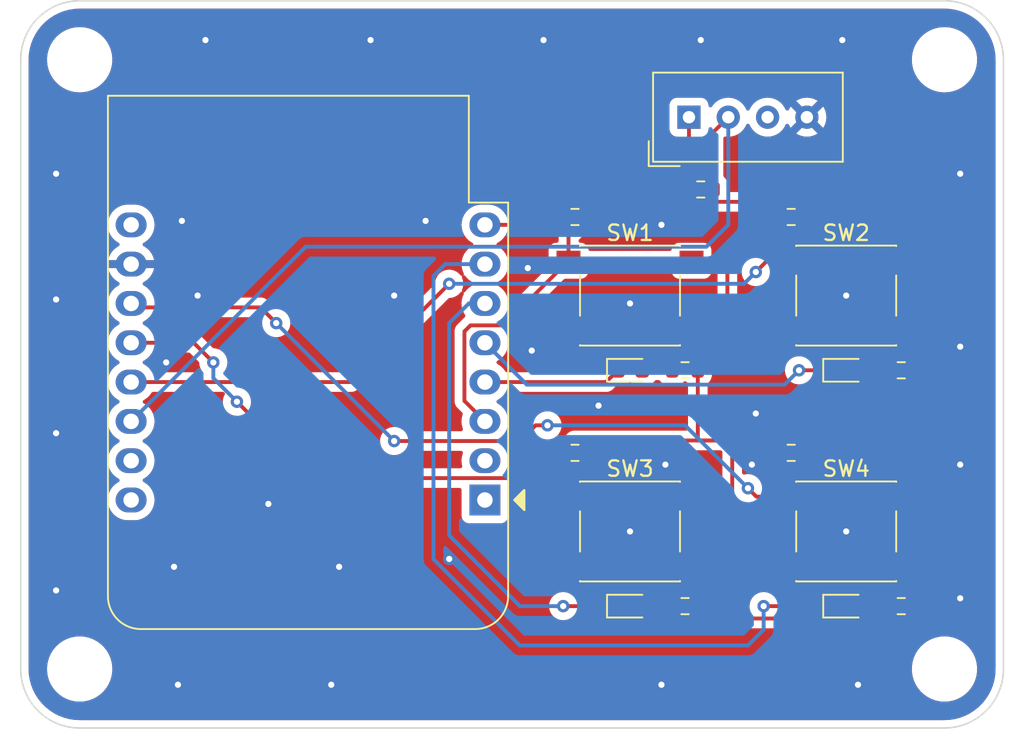
<source format=kicad_pcb>
(kicad_pcb (version 20211014) (generator pcbnew)
  (title_block (comment 4 "AISLER Project ID: BNOCBDGX"))
  (layers (0 "F.Cu" signal) (31 "B.Cu" signal) (34 "B.Paste" user) (35 "F.Paste" user) (36 "B.SilkS" user "B.Silkscreen") (37 "F.SilkS" user "F.Silkscreen") (38 "B.Mask" user) (39 "F.Mask" user) (44 "Edge.Cuts" user))
  (net 0 "")
  (net 1 "+3V3")
  (net 2 "/D0")
  (net 3 "/D2")
  (net 4 "/DHT_Data")
  (net 5 "/D3")
  (net 6 "/D4")
  (net 7 "GND")
  (net 10 "/D5")
  (net 11 "/D6")
  (net 12 "+5V")
  (net 16 "Net-(D1-Pad2)")
  (net 17 "Net-(D2-Pad2)")
  (net 18 "/D7")
  (net 19 "Net-(D3-Pad2)")
  (net 20 "/D8")
  (net 21 "Net-(D4-Pad2)")
  (footprint "Resistor_SMD:R_0603_1608Metric" (layer "F.Cu") (at 141.224 107.95)
    (fp_text reference "R1" hide)
    (fp_text value "10k")
    (fp_line (start -0.237258 -0.5225) (end 0.237258 -0.5225) (layer "F.SilkS") (width 0.12))
    (fp_line (start -0.237258 0.5225) (end 0.237258 0.5225) (layer "F.SilkS") (width 0.12))
    (pad "1" smd roundrect (at -0.825 0) (size 0.8 0.95) (layers "F.Cu" "F.Paste" "F.Mask") (net 1 "+3V3"))
    (pad "2" smd roundrect (at 0.825 0) (size 0.8 0.95) (layers "F.Cu" "F.Paste" "F.Mask") (net 2 "/D0"))
  )
  (footprint "Resistor_SMD:R_0603_1608Metric" (layer "F.Cu") (at 162.306 133.096 180)
    (fp_text reference "R9" hide)
    (fp_text value "330")
    (fp_line (start -0.237258 0.5225) (end 0.237258 0.5225) (layer "F.SilkS") (width 0.12))
    (fp_line (start -0.237258 -0.5225) (end 0.237258 -0.5225) (layer "F.SilkS") (width 0.12))
    (pad "1" smd roundrect (at -0.825 0 180) (size 0.8 0.95) (layers "F.Cu" "F.Paste" "F.Mask") (net 1 "+3V3"))
    (pad "2" smd roundrect (at 0.825 0 180) (size 0.8 0.95) (layers "F.Cu" "F.Paste" "F.Mask") (net 21 "Net-(D4-Pad2)"))
  )
  (footprint "Resistor_SMD:R_0603_1608Metric" (layer "F.Cu") (at 149.352 106.172)
    (fp_text reference "R3" hide)
    (fp_text value "4k7")
    (fp_line (start -0.237258 0.5225) (end 0.237258 0.5225) (layer "F.SilkS") (width 0.12))
    (fp_line (start -0.237258 -0.5225) (end 0.237258 -0.5225) (layer "F.SilkS") (width 0.12))
    (pad "1" smd roundrect (at -0.825 0) (size 0.8 0.95) (layers "F.Cu" "F.Paste" "F.Mask") (net 1 "+3V3"))
    (pad "2" smd roundrect (at 0.825 0) (size 0.8 0.95) (layers "F.Cu" "F.Paste" "F.Mask") (net 4 "/DHT_Data"))
  )
  (footprint "Resistor_SMD:R_0603_1608Metric" (layer "F.Cu") (at 148.336 133.096 180)
    (fp_text reference "R8" hide)
    (fp_text value "330")
    (fp_line (start -0.237258 0.5225) (end 0.237258 0.5225) (layer "F.SilkS") (width 0.12))
    (fp_line (start -0.237258 -0.5225) (end 0.237258 -0.5225) (layer "F.SilkS") (width 0.12))
    (pad "1" smd roundrect (at -0.825 0 180) (size 0.8 0.95) (layers "F.Cu" "F.Paste" "F.Mask") (net 1 "+3V3"))
    (pad "2" smd roundrect (at 0.825 0 180) (size 0.8 0.95) (layers "F.Cu" "F.Paste" "F.Mask") (net 19 "Net-(D3-Pad2)"))
  )
  (footprint "Sensor:Aosong_DHT11_5.5x12.0_P2.54mm" (layer "F.Cu") (at 148.59 101.5025 90)
    (fp_text reference "U2" hide)
    (fp_text value "DHT11")
    (fp_line (start 2.88 -2.32) (end 2.88 9.94) (layer "F.SilkS") (width 0.12))
    (fp_line (start -3.16 -2.6) (end -1.55 -2.6) (layer "F.SilkS") (width 0.12))
    (fp_line (start -2.87 -2.32) (end 2.87 -2.32) (layer "F.SilkS") (width 0.12))
    (fp_line (start 2.88 9.94) (end -2.88 9.94) (layer "F.SilkS") (width 0.12))
    (fp_line (start -2.88 9.94) (end -2.88 -2.31) (layer "F.SilkS") (width 0.12))
    (fp_line (start -3.16 -2.6) (end -3.16 -0.6) (layer "F.SilkS") (width 0.12))
    (pad "1" thru_hole rect (at 0 0 90) (size 1.5 1.5) (drill 0.8) (layers *.Cu *.Mask) (net 1 "+3V3"))
    (pad "2" thru_hole circle (at 0 2.54 90) (size 1.5 1.5) (drill 0.8) (layers *.Cu *.Mask) (net 4 "/DHT_Data"))
    (pad "3" thru_hole circle (at 0 5.08 90) (size 1.5 1.5) (drill 0.8) (layers *.Cu *.Mask))
    (pad "4" thru_hole circle (at 0 7.62 90) (size 1.5 1.5) (drill 0.8) (layers *.Cu *.Mask) (net 7 "GND"))
  )
  (footprint "Library_JM:SW_Push_1P1T_NO_6x6mm_H9.5mm" (layer "F.Cu") (at 158.75 128.27)
    (fp_text reference "SW4" (at 0 -4.05) (layer "F.SilkS"))
    (fp_text value "SW_Push")
    (fp_line (start -3.23 -3.23) (end 3.23 -3.23) (layer "F.SilkS") (width 0.12))
    (fp_line (start -3.23 3.23) (end 3.23 3.23) (layer "F.SilkS") (width 0.12))
    (fp_line (start 3.23 3.23) (end 3.23 3.2) (layer "F.SilkS") (width 0.12))
    (fp_line (start -3.23 -3.2) (end -3.23 -3.23) (layer "F.SilkS") (width 0.12))
    (fp_line (start -3.23 3.23) (end -3.23 3.2) (layer "F.SilkS") (width 0.12))
    (fp_line (start 3.23 -3.23) (end 3.23 -3.2) (layer "F.SilkS") (width 0.12))
    (fp_line (start 3.23 -1.3) (end 3.23 1.3) (layer "F.SilkS") (width 0.12))
    (fp_line (start -3.23 -1.3) (end -3.23 1.3) (layer "F.SilkS") (width 0.12))
    (pad "1" smd rect (at 3.975 -2.25) (size 1.55 1.3) (layers "F.Cu" "F.Paste" "F.Mask") (net 6 "/D4"))
    (pad "1" smd rect (at -3.975 -2.25) (size 1.55 1.3) (layers "F.Cu" "F.Paste" "F.Mask") (net 6 "/D4"))
    (pad "2" smd rect (at 3.975 2.25) (size 1.55 1.3) (layers "F.Cu" "F.Paste" "F.Mask") (net 7 "GND"))
    (pad "2" smd rect (at -3.975 2.25) (size 1.55 1.3) (layers "F.Cu" "F.Paste" "F.Mask") (net 7 "GND"))
  )
  (footprint "LED_SMD:LED_0603_1608Metric" (layer "F.Cu") (at 144.78 117.856)
    (fp_text reference "D1" hide)
    (fp_text value "LED")
    (fp_line (start -1.485 0.735) (end 0.8 0.735) (layer "F.SilkS") (width 0.12))
    (fp_line (start 0.8 -0.735) (end -1.485 -0.735) (layer "F.SilkS") (width 0.12))
    (fp_line (start -1.485 -0.735) (end -1.485 0.735) (layer "F.SilkS") (width 0.12))
    (pad "1" smd roundrect (at -0.7875 0) (size 0.875 0.95) (layers "F.Cu" "F.Paste" "F.Mask") (net 10 "/D5"))
    (pad "2" smd roundrect (at 0.7875 0) (size 0.875 0.95) (layers "F.Cu" "F.Paste" "F.Mask") (net 16 "Net-(D1-Pad2)"))
  )
  (footprint "MountingHole:MountingHole_3.2mm_M3" (layer "F.Cu") (at 165.1 137.16)
    (fp_text reference "H4" hide)
    (fp_text value "MountingHole")
    (pad "" np_thru_hole circle (at 0 0) (size 3.2 3.2) (drill 3.2) (layers *.Cu *.Mask))
  )
  (footprint "LED_SMD:LED_0603_1608Metric" (layer "F.Cu") (at 158.75 117.856)
    (fp_text reference "D2" hide)
    (fp_text value "LED")
    (fp_line (start 0.8 -0.735) (end -1.485 -0.735) (layer "F.SilkS") (width 0.12))
    (fp_line (start -1.485 0.735) (end 0.8 0.735) (layer "F.SilkS") (width 0.12))
    (fp_line (start -1.485 -0.735) (end -1.485 0.735) (layer "F.SilkS") (width 0.12))
    (pad "1" smd roundrect (at -0.7875 0) (size 0.875 0.95) (layers "F.Cu" "F.Paste" "F.Mask") (net 11 "/D6"))
    (pad "2" smd roundrect (at 0.7875 0) (size 0.875 0.95) (layers "F.Cu" "F.Paste" "F.Mask") (net 17 "Net-(D2-Pad2)"))
  )
  (footprint "Resistor_SMD:R_0603_1608Metric" (layer "F.Cu") (at 148.336 117.856 180)
    (fp_text reference "R6" hide)
    (fp_text value "330")
    (fp_line (start -0.237258 -0.5225) (end 0.237258 -0.5225) (layer "F.SilkS") (width 0.12))
    (fp_line (start -0.237258 0.5225) (end 0.237258 0.5225) (layer "F.SilkS") (width 0.12))
    (pad "1" smd roundrect (at -0.825 0 180) (size 0.8 0.95) (layers "F.Cu" "F.Paste" "F.Mask") (net 1 "+3V3"))
    (pad "2" smd roundrect (at 0.825 0 180) (size 0.8 0.95) (layers "F.Cu" "F.Paste" "F.Mask") (net 16 "Net-(D1-Pad2)"))
  )
  (footprint "Library_JM:SW_Push_1P1T_NO_6x6mm_H9.5mm" (layer "F.Cu") (at 144.78 113.03)
    (fp_text reference "SW1" (at 0 -4.05) (layer "F.SilkS"))
    (fp_text value "SW_Push")
    (fp_line (start -3.23 -3.2) (end -3.23 -3.23) (layer "F.SilkS") (width 0.12))
    (fp_line (start 3.23 3.23) (end 3.23 3.2) (layer "F.SilkS") (width 0.12))
    (fp_line (start 3.23 -1.3) (end 3.23 1.3) (layer "F.SilkS") (width 0.12))
    (fp_line (start -3.23 -3.23) (end 3.23 -3.23) (layer "F.SilkS") (width 0.12))
    (fp_line (start -3.23 3.23) (end -3.23 3.2) (layer "F.SilkS") (width 0.12))
    (fp_line (start -3.23 3.23) (end 3.23 3.23) (layer "F.SilkS") (width 0.12))
    (fp_line (start 3.23 -3.23) (end 3.23 -3.2) (layer "F.SilkS") (width 0.12))
    (fp_line (start -3.23 -1.3) (end -3.23 1.3) (layer "F.SilkS") (width 0.12))
    (pad "1" smd rect (at 3.975 -2.25) (size 1.55 1.3) (layers "F.Cu" "F.Paste" "F.Mask") (net 2 "/D0"))
    (pad "1" smd rect (at -3.975 -2.25) (size 1.55 1.3) (layers "F.Cu" "F.Paste" "F.Mask") (net 2 "/D0"))
    (pad "2" smd rect (at 3.975 2.25) (size 1.55 1.3) (layers "F.Cu" "F.Paste" "F.Mask") (net 7 "GND"))
    (pad "2" smd rect (at -3.975 2.25) (size 1.55 1.3) (layers "F.Cu" "F.Paste" "F.Mask") (net 7 "GND"))
  )
  (footprint "MountingHole:MountingHole_3.2mm_M3" (layer "F.Cu") (at 109.22 97.79)
    (fp_text reference "H1" hide)
    (fp_text value "MountingHole")
    (pad "" np_thru_hole circle (at 0 0) (size 3.2 3.2) (drill 3.2) (layers *.Cu *.Mask))
  )
  (footprint "Resistor_SMD:R_0603_1608Metric" (layer "F.Cu") (at 155.194 107.95)
    (fp_text reference "R2" hide)
    (fp_text value "10k")
    (fp_line (start -0.237258 -0.5225) (end 0.237258 -0.5225) (layer "F.SilkS") (width 0.12))
    (fp_line (start -0.237258 0.5225) (end 0.237258 0.5225) (layer "F.SilkS") (width 0.12))
    (pad "1" smd roundrect (at -0.825 0) (size 0.8 0.95) (layers "F.Cu" "F.Paste" "F.Mask") (net 1 "+3V3"))
    (pad "2" smd roundrect (at 0.825 0) (size 0.8 0.95) (layers "F.Cu" "F.Paste" "F.Mask") (net 3 "/D2"))
  )
  (footprint "Library_JM:SW_Push_1P1T_NO_6x6mm_H9.5mm" (layer "F.Cu") (at 144.78 128.27)
    (fp_text reference "SW3" (at 0 -4.05) (layer "F.SilkS"))
    (fp_text value "SW_Push")
    (fp_line (start -3.23 -3.23) (end 3.23 -3.23) (layer "F.SilkS") (width 0.12))
    (fp_line (start -3.23 -1.3) (end -3.23 1.3) (layer "F.SilkS") (width 0.12))
    (fp_line (start 3.23 3.23) (end 3.23 3.2) (layer "F.SilkS") (width 0.12))
    (fp_line (start 3.23 -1.3) (end 3.23 1.3) (layer "F.SilkS") (width 0.12))
    (fp_line (start -3.23 -3.2) (end -3.23 -3.23) (layer "F.SilkS") (width 0.12))
    (fp_line (start -3.23 3.23) (end 3.23 3.23) (layer "F.SilkS") (width 0.12))
    (fp_line (start 3.23 -3.23) (end 3.23 -3.2) (layer "F.SilkS") (width 0.12))
    (fp_line (start -3.23 3.23) (end -3.23 3.2) (layer "F.SilkS") (width 0.12))
    (pad "1" smd rect (at -3.975 -2.25) (size 1.55 1.3) (layers "F.Cu" "F.Paste" "F.Mask") (net 5 "/D3"))
    (pad "1" smd rect (at 3.975 -2.25) (size 1.55 1.3) (layers "F.Cu" "F.Paste" "F.Mask") (net 5 "/D3"))
    (pad "2" smd rect (at -3.975 2.25) (size 1.55 1.3) (layers "F.Cu" "F.Paste" "F.Mask") (net 7 "GND"))
    (pad "2" smd rect (at 3.975 2.25) (size 1.55 1.3) (layers "F.Cu" "F.Paste" "F.Mask") (net 7 "GND"))
  )
  (footprint "LED_SMD:LED_0603_1608Metric" (layer "F.Cu") (at 158.75 133.096)
    (fp_text reference "D4" hide)
    (fp_text value "LED")
    (fp_line (start 0.8 -0.735) (end -1.485 -0.735) (layer "F.SilkS") (width 0.12))
    (fp_line (start -1.485 -0.735) (end -1.485 0.735) (layer "F.SilkS") (width 0.12))
    (fp_line (start -1.485 0.735) (end 0.8 0.735) (layer "F.SilkS") (width 0.12))
    (pad "1" smd roundrect (at -0.7875 0) (size 0.875 0.95) (layers "F.Cu" "F.Paste" "F.Mask") (net 20 "/D8"))
    (pad "2" smd roundrect (at 0.7875 0) (size 0.875 0.95) (layers "F.Cu" "F.Paste" "F.Mask") (net 21 "Net-(D4-Pad2)"))
  )
  (footprint "Library_JM:SW_Push_1P1T_NO_6x6mm_H9.5mm" (layer "F.Cu") (at 158.75 113.03)
    (fp_text reference "SW2" (at 0 -4.05) (layer "F.SilkS"))
    (fp_text value "SW_Push")
    (fp_line (start 3.23 -3.23) (end 3.23 -3.2) (layer "F.SilkS") (width 0.12))
    (fp_line (start -3.23 3.23) (end 3.23 3.23) (layer "F.SilkS") (width 0.12))
    (fp_line (start -3.23 -3.2) (end -3.23 -3.23) (layer "F.SilkS") (width 0.12))
    (fp_line (start -3.23 3.23) (end -3.23 3.2) (layer "F.SilkS") (width 0.12))
    (fp_line (start 3.23 -1.3) (end 3.23 1.3) (layer "F.SilkS") (width 0.12))
    (fp_line (start -3.23 -3.23) (end 3.23 -3.23) (layer "F.SilkS") (width 0.12))
    (fp_line (start -3.23 -1.3) (end -3.23 1.3) (layer "F.SilkS") (width 0.12))
    (fp_line (start 3.23 3.23) (end 3.23 3.2) (layer "F.SilkS") (width 0.12))
    (pad "1" smd rect (at 3.975 -2.25) (size 1.55 1.3) (layers "F.Cu" "F.Paste" "F.Mask") (net 3 "/D2"))
    (pad "1" smd rect (at -3.975 -2.25) (size 1.55 1.3) (layers "F.Cu" "F.Paste" "F.Mask") (net 3 "/D2"))
    (pad "2" smd rect (at 3.975 2.25) (size 1.55 1.3) (layers "F.Cu" "F.Paste" "F.Mask") (net 7 "GND"))
    (pad "2" smd rect (at -3.975 2.25) (size 1.55 1.3) (layers "F.Cu" "F.Paste" "F.Mask") (net 7 "GND"))
  )
  (footprint "Module:WEMOS_D1_mini_light" (layer "F.Cu") (at 135.405 126.238 180)
    (fp_text reference "U1" hide)
    (fp_text value "WeMos_D1_mini")
    (fp_line (start -1.5 19.22) (end -1.5 -6.21) (layer "F.SilkS") (width 0.12))
    (fp_line (start 1.04 19.22) (end 1.04 26.12) (layer "F.SilkS") (width 0.12))
    (fp_line (start 22.24 -8.34) (end 0.63 -8.34) (layer "F.SilkS") (width 0.12))
    (fp_line (start 24.36 26.12) (end 24.36 -6.21) (layer "F.SilkS") (width 0.12))
    (fp_line (start -1.5 19.22) (end 1.04 19.22) (layer "F.SilkS") (width 0.12))
    (fp_line (start 1.04 26.12) (end 24.36 26.12) (layer "F.SilkS") (width 0.12))
    (fp_arc (start 22.23 -8.34) (mid 23.736137 -7.716137) (end 24.36 -6.21) (layer "F.SilkS") (width 0.12))
    (fp_arc (start -1.5 -6.21) (mid -0.876137 -7.716137) (end 0.63 -8.34) (layer "F.SilkS") (width 0.12))
    (fp_poly (pts (xy -2.54 -0.635) (xy -2.54 0.635) (xy -1.905 0)) (layer "F.SilkS") (width 0.15) (fill solid))
    (pad "1" thru_hole rect (at 0 0 180) (size 2 2) (drill 1) (layers *.Cu *.Mask))
    (pad "2" thru_hole oval (at 0 2.54 180) (size 2 1.6) (drill 1) (layers *.Cu *.Mask))
    (pad "3" thru_hole oval (at 0 5.08 180) (size 2 1.6) (drill 1) (layers *.Cu *.Mask) (net 2 "/D0"))
    (pad "4" thru_hole oval (at 0 7.62 180) (size 2 1.6) (drill 1) (layers *.Cu *.Mask) (net 10 "/D5"))
    (pad "5" thru_hole oval (at 0 10.16 180) (size 2 1.6) (drill 1) (layers *.Cu *.Mask) (net 11 "/D6"))
    (pad "6" thru_hole oval (at 0 12.7 180) (size 2 1.6) (drill 1) (layers *.Cu *.Mask) (net 18 "/D7"))
    (pad "7" thru_hole oval (at 0 15.24 180) (size 2 1.6) (drill 1) (layers *.Cu *.Mask) (net 20 "/D8"))
    (pad "8" thru_hole oval (at 0 17.78 180) (size 2 1.6) (drill 1) (layers *.Cu *.Mask) (net 1 "+3V3"))
    (pad "9" thru_hole oval (at 22.86 17.78 180) (size 2 1.6) (drill 1) (layers *.Cu *.Mask) (net 12 "+5V"))
    (pad "10" thru_hole oval (at 22.86 15.24 180) (size 2 1.6) (drill 1) (layers *.Cu *.Mask) (net 7 "GND"))
    (pad "11" thru_hole oval (at 22.86 12.7 180) (size 2 1.6) (drill 1) (layers *.Cu *.Mask) (net 6 "/D4"))
    (pad "12" thru_hole oval (at 22.86 10.16 180) (size 2 1.6) (drill 1) (layers *.Cu *.Mask) (net 5 "/D3"))
    (pad "13" thru_hole oval (at 22.86 7.62 180) (size 2 1.6) (drill 1) (layers *.Cu *.Mask) (net 3 "/D2"))
    (pad "14" thru_hole oval (at 22.86 5.08 180) (size 2 1.6) (drill 1) (layers *.Cu *.Mask) (net 4 "/DHT_Data"))
    (pad "15" thru_hole oval (at 22.86 2.54 180) (size 2 1.6) (drill 1) (layers *.Cu *.Mask))
    (pad "16" thru_hole oval (at 22.86 0 180) (size 2 1.6) (drill 1) (layers *.Cu *.Mask))
  )
  (footprint "MountingHole:MountingHole_3.2mm_M3" (layer "F.Cu") (at 109.22 137.16)
    (fp_text reference "H3" hide)
    (fp_text value "MountingHole")
    (pad "" np_thru_hole circle (at 0 0) (size 3.2 3.2) (drill 3.2) (layers *.Cu *.Mask))
  )
  (footprint "MountingHole:MountingHole_3.2mm_M3" (layer "F.Cu") (at 165.1 97.79)
    (fp_text reference "H2" hide)
    (fp_text value "MountingHole")
    (pad "" np_thru_hole circle (at 0 0) (size 3.2 3.2) (drill 3.2) (layers *.Cu *.Mask))
  )
  (footprint "Resistor_SMD:R_0603_1608Metric" (layer "F.Cu") (at 155.194 123.19)
    (fp_text reference "R5" hide)
    (fp_text value "10k")
    (fp_line (start -0.237258 -0.5225) (end 0.237258 -0.5225) (layer "F.SilkS") (width 0.12))
    (fp_line (start -0.237258 0.5225) (end 0.237258 0.5225) (layer "F.SilkS") (width 0.12))
    (pad "1" smd roundrect (at -0.825 0) (size 0.8 0.95) (layers "F.Cu" "F.Paste" "F.Mask") (net 1 "+3V3"))
    (pad "2" smd roundrect (at 0.825 0) (size 0.8 0.95) (layers "F.Cu" "F.Paste" "F.Mask") (net 6 "/D4"))
  )
  (footprint "Resistor_SMD:R_0603_1608Metric" (layer "F.Cu") (at 141.224 123.19)
    (fp_text reference "R4" hide)
    (fp_text value "10k")
    (fp_line (start -0.237258 0.5225) (end 0.237258 0.5225) (layer "F.SilkS") (width 0.12))
    (fp_line (start -0.237258 -0.5225) (end 0.237258 -0.5225) (layer "F.SilkS") (width 0.12))
    (pad "1" smd roundrect (at -0.825 0) (size 0.8 0.95) (layers "F.Cu" "F.Paste" "F.Mask") (net 1 "+3V3"))
    (pad "2" smd roundrect (at 0.825 0) (size 0.8 0.95) (layers "F.Cu" "F.Paste" "F.Mask") (net 5 "/D3"))
  )
  (footprint "LED_SMD:LED_0603_1608Metric" (layer "F.Cu") (at 144.78 133.096)
    (fp_text reference "D3" hide)
    (fp_text value "LED")
    (fp_line (start -1.485 0.735) (end 0.8 0.735) (layer "F.SilkS") (width 0.12))
    (fp_line (start -1.485 -0.735) (end -1.485 0.735) (layer "F.SilkS") (width 0.12))
    (fp_line (start 0.8 -0.735) (end -1.485 -0.735) (layer "F.SilkS") (width 0.12))
    (pad "1" smd roundrect (at -0.7875 0) (size 0.875 0.95) (layers "F.Cu" "F.Paste" "F.Mask") (net 18 "/D7"))
    (pad "2" smd roundrect (at 0.7875 0) (size 0.875 0.95) (layers "F.Cu" "F.Paste" "F.Mask") (net 19 "Net-(D3-Pad2)"))
  )
  (footprint "Resistor_SMD:R_0603_1608Metric" (layer "F.Cu") (at 162.306 117.856 180)
    (fp_text reference "R7" hide)
    (fp_text value "330")
    (fp_line (start -0.237258 0.5225) (end 0.237258 0.5225) (layer "F.SilkS") (width 0.12))
    (fp_line (start -0.237258 -0.5225) (end 0.237258 -0.5225) (layer "F.SilkS") (width 0.12))
    (pad "1" smd roundrect (at -0.825 0 180) (size 0.8 0.95) (layers "F.Cu" "F.Paste" "F.Mask") (net 1 "+3V3"))
    (pad "2" smd roundrect (at 0.825 0 180) (size 0.8 0.95) (layers "F.Cu" "F.Paste" "F.Mask") (net 17 "Net-(D2-Pad2)"))
  )
  (gr_line (start 168.91 97.79) (end 168.91 137.16) (layer "Edge.Cuts") (width 0.1))
  (gr_line (start 105.41 137.16) (end 105.41 97.79) (layer "Edge.Cuts") (width 0.1))
  (gr_arc (start 109.22 140.97) (mid 106.525923 139.854077) (end 105.41 137.16) (layer "Edge.Cuts") (width 0.1))
  (gr_arc (start 165.1 93.98) (mid 167.794077 95.095923) (end 168.91 97.79) (layer "Edge.Cuts") (width 0.1))
  (gr_line (start 165.1 140.97) (end 109.22 140.97) (layer "Edge.Cuts") (width 0.1))
  (gr_arc (start 168.91 137.16) (mid 167.794077 139.854077) (end 165.1 140.97) (layer "Edge.Cuts") (width 0.1))
  (gr_line (start 109.22 93.98) (end 165.1 93.98) (layer "Edge.Cuts") (width 0.1))
  (gr_arc (start 105.41 97.79) (mid 106.525923 95.095923) (end 109.22 93.98) (layer "Edge.Cuts") (width 0.1))
  (segment (start 151.07152 111.24748) (end 154.369 107.95) (width 0.25) (layer "F.Cu") (net 1))
  (segment (start 147.54852 107.15048) (end 141.19852 107.15048) (width 0.25) (layer "F.Cu") (net 1))
  (segment (start 135.405 108.458) (end 139.891 108.458) (width 0.25) (layer "F.Cu") (net 1))
  (segment (start 163.131 133.096) (end 162.33148 133.89552) (width 0.25) (layer "F.Cu") (net 1))
  (segment (start 149.161 117.856) (end 151.07152 115.94548) (width 0.25) (layer "F.Cu") (net 1))
  (segment (start 158.59652 122.39048) (end 155.16852 122.39048) (width 0.25) (layer "F.Cu") (net 1))
  (segment (start 141.19852 107.15048) (end 140.399 107.95) (width 0.25) (layer "F.Cu") (net 1))
  (segment (start 153.56948 122.39048) (end 154.369 123.19) (width 0.25) (layer "F.Cu") (net 1))
  (segment (start 162.33148 133.89552) (end 149.96052 133.89552) (width 0.25) (layer "F.Cu") (net 1))
  (segment (start 149.161 122.39048) (end 149.161 117.856) (width 0.25) (layer "F.Cu") (net 1))
  (segment (start 151.07152 115.94548) (end 151.07152 111.24748) (width 0.25) (layer "F.Cu") (net 1))
  (segment (start 148.59 106.109) (end 148.527 106.172) (width 0.25) (layer "F.Cu") (net 1))
  (segment (start 149.32652 106.97152) (end 148.527 106.172) (width 0.25) (layer "F.Cu") (net 1))
  (segment (start 155.16852 122.39048) (end 154.369 123.19) (width 0.25) (layer "F.Cu") (net 1))
  (segment (start 163.131 117.856) (end 158.59652 122.39048) (width 0.25) (layer "F.Cu") (net 1))
  (segment (start 154.369 107.95) (end 153.39052 106.97152) (width 0.25) (layer "F.Cu") (net 1))
  (segment (start 148.59 101.5025) (end 148.59 106.109) (width 0.25) (layer "F.Cu") (net 1))
  (segment (start 151.384 130.873) (end 149.161 133.096) (width 0.25) (layer "F.Cu") (net 1))
  (segment (start 151.384 122.428) (end 151.384 130.873) (width 0.25) (layer "F.Cu") (net 1))
  (segment (start 151.09248 122.39048) (end 153.56948 122.39048) (width 0.25) (layer "F.Cu") (net 1))
  (segment (start 151.09248 122.39048) (end 149.161 122.39048) (width 0.25) (layer "F.Cu") (net 1))
  (segment (start 140.399 123.19) (end 141.19852 122.39048) (width 0.25) (layer "F.Cu") (net 1))
  (segment (start 149.96052 133.89552) (end 149.161 133.096) (width 0.25) (layer "F.Cu") (net 1))
  (segment (start 139.891 108.458) (end 140.399 107.95) (width 0.25) (layer "F.Cu") (net 1))
  (segment (start 141.19852 122.39048) (end 151.09248 122.39048) (width 0.25) (layer "F.Cu") (net 1))
  (segment (start 148.527 106.172) (end 147.54852 107.15048) (width 0.25) (layer "F.Cu") (net 1))
  (segment (start 153.39052 106.97152) (end 149.32652 106.97152) (width 0.25) (layer "F.Cu") (net 1))
  (segment (start 134.08048 119.83348) (end 135.405 121.158) (width 0.25) (layer "F.Cu") (net 2))
  (segment (start 142.049 107.95) (end 140.805 109.194) (width 0.25) (layer "F.Cu") (net 2))
  (segment (start 134.08048 115.34752) (end 134.08048 119.83348) (width 0.25) (layer "F.Cu") (net 2))
  (segment (start 134.47452 114.95348) (end 134.08048 115.34752) (width 0.25) (layer "F.Cu") (net 2))
  (segment (start 140.805 109.194) (end 140.805 110.78) (width 0.25) (layer "F.Cu") (net 2))
  (segment (start 136.63152 114.95348) (end 134.47452 114.95348) (width 0.25) (layer "F.Cu") (net 2))
  (segment (start 140.805 110.78) (end 136.63152 114.95348) (width 0.25) (layer "F.Cu") (net 2))
  (segment (start 140.805 110.78) (end 148.755 110.78) (width 0.25) (layer "F.Cu") (net 2))
  (segment (start 126.746 118.618) (end 112.545 118.618) (width 0.25) (layer "F.Cu") (net 3))
  (segment (start 154.775 110.78) (end 153.634 110.78) (width 0.25) (layer "F.Cu") (net 3))
  (segment (start 153.634 110.78) (end 152.908 111.506) (width 0.25) (layer "F.Cu") (net 3))
  (segment (start 154.775 109.194) (end 156.019 107.95) (width 0.25) (layer "F.Cu") (net 3))
  (segment (start 162.725 110.78) (end 154.775 110.78) (width 0.25) (layer "F.Cu") (net 3))
  (segment (start 154.775 110.78) (end 154.775 109.194) (width 0.25) (layer "F.Cu") (net 3))
  (segment (start 133.096 112.268) (end 126.746 118.618) (width 0.25) (layer "F.Cu") (net 3))
  (via (at 133.096 112.268) (size 0.8) (drill 0.4) (layers "F.Cu" "B.Cu") (net 3))
  (via (at 152.908 111.506) (size 0.8) (drill 0.4) (layers "F.Cu" "B.Cu") (net 3))
  (segment (start 152.146 112.268) (end 133.096 112.268) (width 0.25) (layer "B.Cu") (net 3))
  (segment (start 152.908 111.506) (end 152.146 112.268) (width 0.25) (layer "B.Cu") (net 3))
  (segment (start 150.177 102.4555) (end 151.13 101.5025) (width 0.25) (layer "F.Cu") (net 4))
  (segment (start 150.177 106.172) (end 150.177 102.4555) (width 0.25) (layer "F.Cu") (net 4))
  (segment (start 123.82952 109.87348) (end 112.545 121.158) (width 0.25) (layer "B.Cu") (net 4))
  (segment (start 150.622 108.966) (end 149.71452 109.87348) (width 0.25) (layer "B.Cu") (net 4))
  (segment (start 149.71452 109.87348) (end 123.82952 109.87348) (width 0.25) (layer "B.Cu") (net 4))
  (segment (start 151.13 108.458) (end 151.13 101.5025) (width 0.25) (layer "B.Cu") (net 4))
  (segment (start 150.622 108.966) (end 151.13 108.458) (width 0.25) (layer "B.Cu") (net 4))
  (segment (start 117.856 117.348) (end 116.586 116.078) (width 0.25) (layer "F.Cu") (net 5))
  (segment (start 140.805 124.434) (end 142.049 123.19) (width 0.25) (layer "F.Cu") (net 5))
  (segment (start 116.586 116.078) (end 112.545 116.078) (width 0.25) (layer "F.Cu") (net 5))
  (segment (start 138.43 125.222) (end 138.03052 124.82252) (width 0.25) (layer "F.Cu") (net 5))
  (segment (start 148.755 126.02) (end 140.805 126.02) (width 0.25) (layer "F.Cu") (net 5))
  (segment (start 124.31452 124.82252) (end 119.38 119.888) (width 0.25) (layer "F.Cu") (net 5))
  (segment (start 138.03052 124.82252) (end 124.31452 124.82252) (width 0.25) (layer "F.Cu") (net 5))
  (segment (start 140.805 126.02) (end 140.805 124.434) (width 0.25) (layer "F.Cu") (net 5))
  (segment (start 140.805 126.02) (end 139.228 126.02) (width 0.25) (layer "F.Cu") (net 5))
  (segment (start 139.228 126.02) (end 138.43 125.222) (width 0.25) (layer "F.Cu") (net 5))
  (via (at 119.38 119.888) (size 0.8) (drill 0.4) (layers "F.Cu" "B.Cu") (net 5))
  (via (at 117.856 117.348) (size 0.8) (drill 0.4) (layers "F.Cu" "B.Cu") (net 5))
  (segment (start 119.38 119.888) (end 117.856 118.364) (width 0.25) (layer "B.Cu") (net 5))
  (segment (start 117.856 118.364) (end 117.856 117.348) (width 0.25) (layer "B.Cu") (net 5))
  (segment (start 138.684 121.412) (end 137.668 122.428) (width 0.25) (layer "F.Cu") (net 6))
  (segment (start 154.775 126.02) (end 154.775 124.434) (width 0.25) (layer "F.Cu") (net 6))
  (segment (start 137.668 122.428) (end 129.54 122.428) (width 0.25) (layer "F.Cu") (net 6))
  (segment (start 112.799 113.792) (end 112.545 113.538) (width 0.25) (layer "F.Cu") (net 6))
  (segment (start 162.725 126.02) (end 154.775 126.02) (width 0.25) (layer "F.Cu") (net 6))
  (segment (start 154.775 124.434) (end 156.019 123.19) (width 0.25) (layer "F.Cu") (net 6))
  (segment (start 154.775 126.02) (end 152.944 126.02) (width 0.25) (layer "F.Cu") (net 6))
  (segment (start 121.92 114.808) (end 120.904 113.792) (width 0.25) (layer "F.Cu") (net 6))
  (segment (start 152.944 126.02) (end 152.4 125.476) (width 0.25) (layer "F.Cu") (net 6))
  (segment (start 139.446 121.412) (end 138.684 121.412) (width 0.25) (layer "F.Cu") (net 6))
  (segment (start 120.904 113.792) (end 112.799 113.792) (width 0.25) (layer "F.Cu") (net 6))
  (via (at 139.446 121.412) (size 0.8) (drill 0.4) (layers "F.Cu" "B.Cu") (net 6))
  (via (at 152.4 125.476) (size 0.8) (drill 0.4) (layers "F.Cu" "B.Cu") (net 6))
  (via (at 129.54 122.428) (size 0.8) (drill 0.4) (layers "F.Cu" "B.Cu") (net 6))
  (via (at 121.92 114.808) (size 0.8) (drill 0.4) (layers "F.Cu" "B.Cu") (net 6))
  (segment (start 152.4 125.476) (end 148.336 121.412) (width 0.25) (layer "B.Cu") (net 6))
  (segment (start 148.336 121.412) (end 139.446 121.412) (width 0.25) (layer "B.Cu") (net 6))
  (segment (start 129.54 122.428) (end 121.92 114.808) (width 0.25) (layer "B.Cu") (net 6))
  (via (at 146.812 138.176) (size 0.8) (drill 0.4) (layers "F.Cu" "B.Cu") (net 7))
  (via (at 114.808 117.348) (size 0.8) (drill 0.4) (layers "F.Cu" "B.Cu") (net 7))
  (via (at 125.984 130.556) (size 0.8) (drill 0.4) (layers "F.Cu" "B.Cu") (net 7))
  (via (at 115.316 130.556) (size 0.8) (drill 0.4) (layers "F.Cu" "B.Cu") (net 7))
  (via (at 117.348 96.52) (size 0.8) (drill 0.4) (layers "F.Cu" "B.Cu") (net 7))
  (via (at 144.78 113.538) (size 0.8) (drill 0.4) (layers "F.Cu" "B.Cu") (net 7))
  (via (at 131.572 108.204) (size 0.8) (drill 0.4) (layers "F.Cu" "B.Cu") (net 7))
  (via (at 125.476 138.176) (size 0.8) (drill 0.4) (layers "F.Cu" "B.Cu") (net 7))
  (via (at 158.75 113.03) (size 0.8) (drill 0.4) (layers "F.Cu" "B.Cu") (net 7))
  (via (at 133.096 130.048) (size 0.8) (drill 0.4) (layers "F.Cu" "B.Cu") (net 7))
  (via (at 138.176 111.252) (size 0.8) (drill 0.4) (layers "F.Cu" "B.Cu") (net 7))
  (via (at 159.512 138.176) (size 0.8) (drill 0.4) (layers "F.Cu" "B.Cu") (net 7))
  (via (at 166.116 116.332) (size 0.8) (drill 0.4) (layers "F.Cu" "B.Cu") (net 7))
  (via (at 115.824 108.204) (size 0.8) (drill 0.4) (layers "F.Cu" "B.Cu") (net 7))
  (via (at 149.352 96.52) (size 0.8) (drill 0.4) (layers "F.Cu" "B.Cu") (net 7))
  (via (at 158.75 128.27) (size 0.8) (drill 0.4) (layers "F.Cu" "B.Cu") (net 7))
  (via (at 146.812 108.458) (size 0.8) (drill 0.4) (layers "F.Cu" "B.Cu") (net 7))
  (via (at 147.066 123.952) (size 0.8) (drill 0.4) (layers "F.Cu" "B.Cu") (net 7))
  (via (at 144.78 128.27) (size 0.8) (drill 0.4) (layers "F.Cu" "B.Cu") (net 7))
  (via (at 129.54 113.03) (size 0.8) (drill 0.4) (layers "F.Cu" "B.Cu") (net 7))
  (via (at 166.116 123.952) (size 0.8) (drill 0.4) (layers "F.Cu" "B.Cu") (net 7))
  (via (at 107.696 113.284) (size 0.8) (drill 0.4) (layers "F.Cu" "B.Cu") (net 7))
  (via (at 152.654 123.952) (size 0.8) (drill 0.4) (layers "F.Cu" "B.Cu") (net 7))
  (via (at 107.696 132.08) (size 0.8) (drill 0.4) (layers "F.Cu" "B.Cu") (net 7))
  (via (at 152.908 120.65) (size 0.8) (drill 0.4) (layers "F.Cu" "B.Cu") (net 7))
  (via (at 115.57 138.176) (size 0.8) (drill 0.4) (layers "F.Cu" "B.Cu") (net 7))
  (via (at 166.116 132.588) (size 0.8) (drill 0.4) (layers "F.Cu" "B.Cu") (net 7))
  (via (at 121.412 126.492) (size 0.8) (drill 0.4) (layers "F.Cu" "B.Cu") (net 7))
  (via (at 139.192 96.52) (size 0.8) (drill 0.4) (layers "F.Cu" "B.Cu") (net 7))
  (via (at 116.84 113.03) (size 0.8) (drill 0.4) (layers "F.Cu" "B.Cu") (net 7))
  (via (at 158.496 96.52) (size 0.8) (drill 0.4) (layers "F.Cu" "B.Cu") (net 7))
  (via (at 142.748 120.142) (size 0.8) (drill 0.4) (layers "F.Cu" "B.Cu") (net 7))
  (via (at 128.016 96.52) (size 0.8) (drill 0.4) (layers "F.Cu" "B.Cu") (net 7))
  (via (at 166.116 105.156) (size 0.8) (drill 0.4) (layers "F.Cu" "B.Cu") (net 7))
  (via (at 107.696 121.92) (size 0.8) (drill 0.4) (layers "F.Cu" "B.Cu") (net 7))
  (via (at 138.43 116.586) (size 0.8) (drill 0.4) (layers "F.Cu" "B.Cu") (net 7))
  (via (at 107.696 105.156) (size 0.8) (drill 0.4) (layers "F.Cu" "B.Cu") (net 7))
  (segment (start 143.9925 117.856) (end 143.2305 118.618) (width 0.25) (layer "F.Cu") (net 10))
  (segment (start 143.2305 118.618) (end 135.405 118.618) (width 0.25) (layer "F.Cu") (net 10))
  (segment (start 157.9625 117.856) (end 155.702 117.856) (width 0.25) (layer "F.Cu") (net 11))
  (via (at 155.702 117.856) (size 0.8) (drill 0.4) (layers "F.Cu" "B.Cu") (net 11))
  (segment (start 155.702 117.856) (end 154.77252 118.78548) (width 0.25) (layer "B.Cu") (net 11))
  (segment (start 154.77252 118.78548) (end 138.11248 118.78548) (width 0.25) (layer "B.Cu") (net 11))
  (segment (start 138.11248 118.78548) (end 135.405 116.078) (width 0.25) (layer "B.Cu") (net 11))
  (segment (start 145.5675 117.856) (end 147.511 117.856) (width 0.25) (layer "F.Cu") (net 16))
  (segment (start 161.481 117.856) (end 159.5375 117.856) (width 0.25) (layer "F.Cu") (net 17))
  (segment (start 143.9925 133.096) (end 140.462 133.096) (width 0.25) (layer "F.Cu") (net 18))
  (via (at 140.462 133.096) (size 0.8) (drill 0.4) (layers "F.Cu" "B.Cu") (net 18))
  (segment (start 133.096 114.808) (end 134.366 113.538) (width 0.25) (layer "B.Cu") (net 18))
  (segment (start 133.096 128.524) (end 133.096 114.808) (width 0.25) (layer "B.Cu") (net 18))
  (segment (start 134.366 113.538) (end 135.405 113.538) (width 0.25) (layer "B.Cu") (net 18))
  (segment (start 137.668 133.096) (end 133.096 128.524) (width 0.25) (layer "B.Cu") (net 18))
  (segment (start 140.462 133.096) (end 137.668 133.096) (width 0.25) (layer "B.Cu") (net 18))
  (segment (start 147.511 133.096) (end 145.5675 133.096) (width 0.25) (layer "F.Cu") (net 19))
  (segment (start 157.9625 133.096) (end 153.416 133.096) (width 0.25) (layer "F.Cu") (net 20))
  (via (at 153.416 133.096) (size 0.8) (drill 0.4) (layers "F.Cu" "B.Cu") (net 20))
  (segment (start 132.08 130.056614) (end 137.659386 135.636) (width 0.25) (layer "B.Cu") (net 20))
  (segment (start 153.416 133.096) (end 153.416 134.62) (width 0.25) (layer "B.Cu") (net 20))
  (segment (start 153.416 134.62) (end 152.4 135.636) (width 0.25) (layer "B.Cu") (net 20))
  (segment (start 137.659386 135.636) (end 150.876 135.636) (width 0.25) (layer "B.Cu") (net 20))
  (segment (start 135.405 110.998) (end 132.842 110.998) (width 0.25) (layer "B.Cu") (net 20))
  (segment (start 132.08 111.76) (end 132.08 130.056614) (width 0.25) (layer "B.Cu") (net 20))
  (segment (start 152.4 135.636) (end 150.876 135.636) (width 0.25) (layer "B.Cu") (net 20))
  (segment (start 132.842 110.998) (end 132.08 111.76) (width 0.25) (layer "B.Cu") (net 20))
  (segment (start 161.481 133.096) (end 159.5375 133.096) (width 0.25) (layer "F.Cu") (net 21))
  (zone (net 7) (net_name "GND") (layers F&B.Cu) (connect_pads (clearance 0.508)) (min_thickness 0.254) (fill yes (thermal_gap 0.508) (thermal_bridge_width 0.508))
    (polygon (pts (xy 168.91 140.97) (xy 105.41 140.97) (xy 105.41 93.98) (xy 168.91 93.98)))
  )
)
</source>
